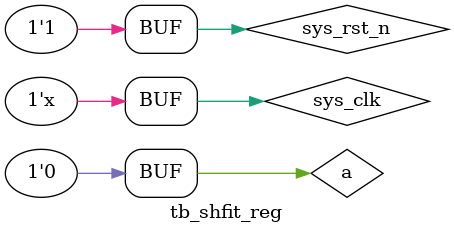
<source format=v>
`timescale 1ns / 1ns

module tb_shfit_reg();

reg         sys_clk;
reg         sys_rst_n;
reg         a;

wire        y;

initial begin
    sys_clk = 1'b1;		
    sys_rst_n <= 1'b0;  
    a <= 1'b0;			
    #201
    sys_rst_n <= 1'b1;
    #100
    a <= 1'b1;
    #100
    a <= 1'b0;
end

always #10 sys_clk <= ~sys_clk;

shfit_reg shfit_reg_inst(
    .sys_clk    (sys_clk    ),
    .sys_rst_n  (sys_rst_n  ),
    .a          (a          ),
                            
    .y          (y          )
    );

endmodule

</source>
